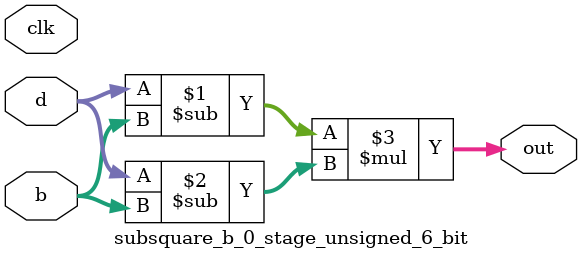
<source format=sv>
(* use_dsp = "yes" *) module subsquare_b_0_stage_unsigned_6_bit(
	input  [5:0] b,
	input  [5:0] d,
	output [5:0] out,
	input clk);

	assign out = (d - b) * (d - b);
endmodule

</source>
